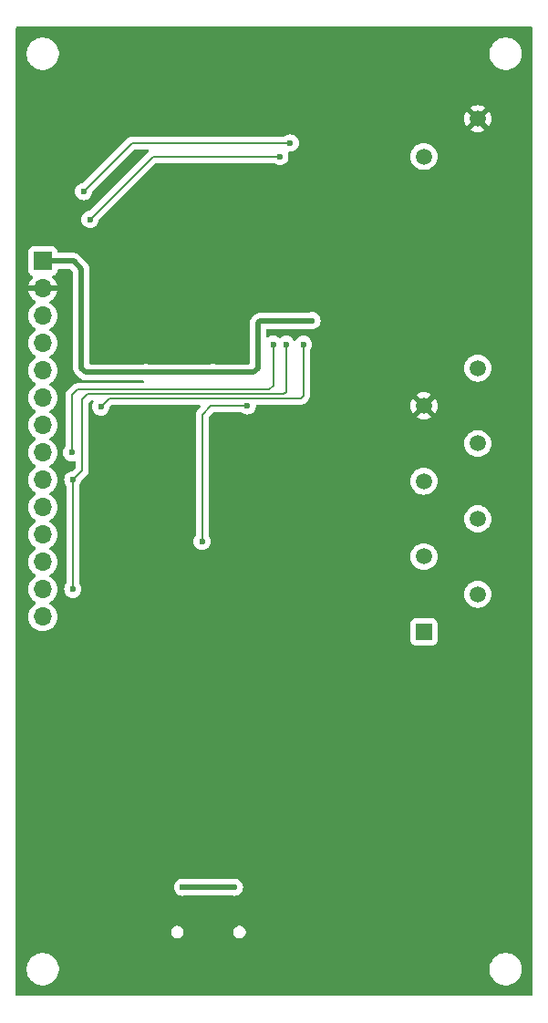
<source format=gbl>
%TF.GenerationSoftware,KiCad,Pcbnew,8.0.3*%
%TF.CreationDate,2024-07-07T00:38:38+02:00*%
%TF.ProjectId,tank_PCB,74616e6b-5f50-4434-922e-6b696361645f,rev?*%
%TF.SameCoordinates,Original*%
%TF.FileFunction,Copper,L2,Bot*%
%TF.FilePolarity,Positive*%
%FSLAX46Y46*%
G04 Gerber Fmt 4.6, Leading zero omitted, Abs format (unit mm)*
G04 Created by KiCad (PCBNEW 8.0.3) date 2024-07-07 00:38:38*
%MOMM*%
%LPD*%
G01*
G04 APERTURE LIST*
%TA.AperFunction,ComponentPad*%
%ADD10C,1.500000*%
%TD*%
%TA.AperFunction,ComponentPad*%
%ADD11R,1.500000X1.500000*%
%TD*%
%TA.AperFunction,ComponentPad*%
%ADD12R,1.700000X1.700000*%
%TD*%
%TA.AperFunction,ComponentPad*%
%ADD13O,1.700000X1.700000*%
%TD*%
%TA.AperFunction,ViaPad*%
%ADD14C,0.600000*%
%TD*%
%TA.AperFunction,Conductor*%
%ADD15C,0.200000*%
%TD*%
%TA.AperFunction,Conductor*%
%ADD16C,0.500000*%
%TD*%
G04 APERTURE END LIST*
D10*
%TO.P,J2,1,1*%
%TO.N,GND*%
X103400000Y-99050000D03*
%TO.P,J2,2,2*%
%TO.N,Net-(D2-A)*%
X98400000Y-102550000D03*
%TD*%
D11*
%TO.P,J3,1,1*%
%TO.N,Net-(J3-Pad1)*%
X98400000Y-146700000D03*
D10*
%TO.P,J3,2,2*%
%TO.N,+24V*%
X103400000Y-143200000D03*
%TO.P,J3,3,3*%
%TO.N,Net-(J3-Pad3)*%
X98400000Y-139700000D03*
%TO.P,J3,4,4*%
%TO.N,+24V*%
X103400000Y-136200000D03*
%TO.P,J3,5,5*%
%TO.N,Net-(J3-Pad5)*%
X98400000Y-132700000D03*
%TO.P,J3,6,6*%
%TO.N,+24V*%
X103400000Y-129200000D03*
%TO.P,J3,7,7*%
%TO.N,GND*%
X98400000Y-125700000D03*
%TO.P,J3,8,8*%
%TO.N,+24V*%
X103400000Y-122200000D03*
%TD*%
D12*
%TO.P,J1,1,Pin_1*%
%TO.N,+3.3V*%
X63000000Y-112260000D03*
D13*
%TO.P,J1,2,Pin_2*%
%TO.N,GND*%
X63000000Y-114800000D03*
%TO.P,J1,3,Pin_3*%
%TO.N,TFT_CS*%
X63000000Y-117340000D03*
%TO.P,J1,4,Pin_4*%
%TO.N,TFT_RST*%
X63000000Y-119880000D03*
%TO.P,J1,5,Pin_5*%
%TO.N,TFT_DC*%
X63000000Y-122420000D03*
%TO.P,J1,6,Pin_6*%
%TO.N,MOSI*%
X63000000Y-124960000D03*
%TO.P,J1,7,Pin_7*%
%TO.N,SCK*%
X63000000Y-127500000D03*
%TO.P,J1,8,Pin_8*%
%TO.N,BCK_LIGHT*%
X63000000Y-130040000D03*
%TO.P,J1,9,Pin_9*%
%TO.N,MISO*%
X63000000Y-132580000D03*
%TO.P,J1,10,Pin_10*%
%TO.N,SCK*%
X63000000Y-135120000D03*
%TO.P,J1,11,Pin_11*%
%TO.N,TOUCH_CS*%
X63000000Y-137660000D03*
%TO.P,J1,12,Pin_12*%
%TO.N,MOSI*%
X63000000Y-140200000D03*
%TO.P,J1,13,Pin_13*%
%TO.N,MISO*%
X63000000Y-142740000D03*
%TO.P,J1,14,Pin_14*%
%TO.N,TOUCH_IRQ*%
X63000000Y-145280000D03*
%TD*%
D14*
%TO.N,GND*%
X97000000Y-108000000D03*
X74800000Y-171600000D03*
X69000000Y-129000000D03*
X85000000Y-133000000D03*
X82000000Y-171600000D03*
X69000000Y-112000000D03*
X90000000Y-166000000D03*
X81000000Y-121000000D03*
X67000000Y-166000000D03*
X79000000Y-108000000D03*
X66000000Y-96000000D03*
X84000000Y-145000000D03*
X77200000Y-166000000D03*
X79000000Y-133000000D03*
%TO.N,SCL*%
X77800000Y-138300000D03*
X82000000Y-125700000D03*
%TO.N,+3.3V*%
X78800000Y-122600000D03*
X88000000Y-117800000D03*
X72600000Y-122600000D03*
%TO.N,SCK*%
X67400000Y-108400000D03*
X85025000Y-102550000D03*
%TO.N,BCK_LIGHT*%
X65700000Y-130050000D03*
X84400000Y-120000000D03*
%TO.N,MOSI*%
X86000000Y-101300000D03*
X66800000Y-105800000D03*
%TO.N,MISO*%
X65800000Y-142740000D03*
X65800000Y-132580000D03*
X85600000Y-120000000D03*
%TO.N,TOUCH_IRQ*%
X87200000Y-120000000D03*
X68400000Y-125800000D03*
%TO.N,VBUS*%
X76000000Y-170400000D03*
X80800000Y-170400000D03*
%TD*%
D15*
%TO.N,SCL*%
X78600000Y-125700000D02*
X77800000Y-126500000D01*
X82000000Y-125700000D02*
X78600000Y-125700000D01*
X77800000Y-126500000D02*
X77800000Y-138300000D01*
D16*
%TO.N,+3.3V*%
X66600000Y-122200000D02*
X67000000Y-122600000D01*
X83200000Y-117800000D02*
X88000000Y-117800000D01*
X78800000Y-122600000D02*
X82600000Y-122600000D01*
X66600000Y-113000000D02*
X66600000Y-122200000D01*
X63000000Y-112260000D02*
X65860000Y-112260000D01*
X83000000Y-122200000D02*
X83000000Y-118000000D01*
X65860000Y-112260000D02*
X66600000Y-113000000D01*
X82600000Y-122600000D02*
X83000000Y-122200000D01*
X83000000Y-118000000D02*
X83200000Y-117800000D01*
X67000000Y-122600000D02*
X72600000Y-122600000D01*
X72600000Y-122600000D02*
X78800000Y-122600000D01*
D15*
%TO.N,SCK*%
X73250000Y-102550000D02*
X67400000Y-108400000D01*
X85025000Y-102550000D02*
X73250000Y-102550000D01*
%TO.N,BCK_LIGHT*%
X84400000Y-120050000D02*
X84325000Y-120125000D01*
X84000000Y-124200000D02*
X66200000Y-124200000D01*
X84400000Y-120000000D02*
X84400000Y-123800000D01*
X66200000Y-124200000D02*
X65700000Y-124700000D01*
X84400000Y-123800000D02*
X84000000Y-124200000D01*
X84400000Y-120000000D02*
X84400000Y-120050000D01*
X65700000Y-124700000D02*
X65700000Y-130050000D01*
%TO.N,MOSI*%
X71300000Y-101300000D02*
X66800000Y-105800000D01*
X86000000Y-101300000D02*
X71300000Y-101300000D01*
%TO.N,MISO*%
X66675000Y-131705000D02*
X65800000Y-132580000D01*
X66675000Y-125125000D02*
X66675000Y-131705000D01*
X85600000Y-120000000D02*
X85600000Y-124400000D01*
X65800000Y-142740000D02*
X65800000Y-132580000D01*
X85400000Y-124600000D02*
X67200000Y-124600000D01*
X67200000Y-124600000D02*
X66675000Y-125125000D01*
X85600000Y-124400000D02*
X85400000Y-124600000D01*
%TO.N,TOUCH_IRQ*%
X69200000Y-125000000D02*
X68400000Y-125800000D01*
X87000000Y-125000000D02*
X69200000Y-125000000D01*
X87200000Y-124800000D02*
X87000000Y-125000000D01*
X87200000Y-120000000D02*
X87200000Y-124800000D01*
D16*
%TO.N,VBUS*%
X76000000Y-170400000D02*
X80800000Y-170400000D01*
%TD*%
%TA.AperFunction,Conductor*%
%TO.N,GND*%
G36*
X108442539Y-90520185D02*
G01*
X108488294Y-90572989D01*
X108499500Y-90624500D01*
X108499500Y-180375500D01*
X108479815Y-180442539D01*
X108427011Y-180488294D01*
X108375500Y-180499500D01*
X60624500Y-180499500D01*
X60557461Y-180479815D01*
X60511706Y-180427011D01*
X60500500Y-180375500D01*
X60500500Y-177881902D01*
X61499500Y-177881902D01*
X61499500Y-178118097D01*
X61536446Y-178351368D01*
X61609433Y-178575996D01*
X61716657Y-178786433D01*
X61855483Y-178977510D01*
X62022490Y-179144517D01*
X62213567Y-179283343D01*
X62312991Y-179334002D01*
X62424003Y-179390566D01*
X62424005Y-179390566D01*
X62424008Y-179390568D01*
X62544412Y-179429689D01*
X62648631Y-179463553D01*
X62881903Y-179500500D01*
X62881908Y-179500500D01*
X63118097Y-179500500D01*
X63351368Y-179463553D01*
X63575992Y-179390568D01*
X63786433Y-179283343D01*
X63977510Y-179144517D01*
X64144517Y-178977510D01*
X64283343Y-178786433D01*
X64390568Y-178575992D01*
X64463553Y-178351368D01*
X64500500Y-178118097D01*
X64500500Y-177881902D01*
X104499500Y-177881902D01*
X104499500Y-178118097D01*
X104536446Y-178351368D01*
X104609433Y-178575996D01*
X104716657Y-178786433D01*
X104855483Y-178977510D01*
X105022490Y-179144517D01*
X105213567Y-179283343D01*
X105312991Y-179334002D01*
X105424003Y-179390566D01*
X105424005Y-179390566D01*
X105424008Y-179390568D01*
X105544412Y-179429689D01*
X105648631Y-179463553D01*
X105881903Y-179500500D01*
X105881908Y-179500500D01*
X106118097Y-179500500D01*
X106351368Y-179463553D01*
X106575992Y-179390568D01*
X106786433Y-179283343D01*
X106977510Y-179144517D01*
X107144517Y-178977510D01*
X107283343Y-178786433D01*
X107390568Y-178575992D01*
X107463553Y-178351368D01*
X107500500Y-178118097D01*
X107500500Y-177881902D01*
X107463553Y-177648631D01*
X107390566Y-177424003D01*
X107283342Y-177213566D01*
X107144517Y-177022490D01*
X106977510Y-176855483D01*
X106786433Y-176716657D01*
X106575996Y-176609433D01*
X106351368Y-176536446D01*
X106118097Y-176499500D01*
X106118092Y-176499500D01*
X105881908Y-176499500D01*
X105881903Y-176499500D01*
X105648631Y-176536446D01*
X105424003Y-176609433D01*
X105213566Y-176716657D01*
X105104550Y-176795862D01*
X105022490Y-176855483D01*
X105022488Y-176855485D01*
X105022487Y-176855485D01*
X104855485Y-177022487D01*
X104855485Y-177022488D01*
X104855483Y-177022490D01*
X104795862Y-177104550D01*
X104716657Y-177213566D01*
X104609433Y-177424003D01*
X104536446Y-177648631D01*
X104499500Y-177881902D01*
X64500500Y-177881902D01*
X64463553Y-177648631D01*
X64390566Y-177424003D01*
X64283342Y-177213566D01*
X64144517Y-177022490D01*
X63977510Y-176855483D01*
X63786433Y-176716657D01*
X63575996Y-176609433D01*
X63351368Y-176536446D01*
X63118097Y-176499500D01*
X63118092Y-176499500D01*
X62881908Y-176499500D01*
X62881903Y-176499500D01*
X62648631Y-176536446D01*
X62424003Y-176609433D01*
X62213566Y-176716657D01*
X62104550Y-176795862D01*
X62022490Y-176855483D01*
X62022488Y-176855485D01*
X62022487Y-176855485D01*
X61855485Y-177022487D01*
X61855485Y-177022488D01*
X61855483Y-177022490D01*
X61795862Y-177104550D01*
X61716657Y-177213566D01*
X61609433Y-177424003D01*
X61536446Y-177648631D01*
X61499500Y-177881902D01*
X60500500Y-177881902D01*
X60500500Y-174494234D01*
X74934500Y-174494234D01*
X74934500Y-174645765D01*
X74973719Y-174792136D01*
X75011602Y-174857750D01*
X75049485Y-174923365D01*
X75156635Y-175030515D01*
X75287865Y-175106281D01*
X75434234Y-175145500D01*
X75434236Y-175145500D01*
X75585764Y-175145500D01*
X75585766Y-175145500D01*
X75732135Y-175106281D01*
X75863365Y-175030515D01*
X75970515Y-174923365D01*
X76046281Y-174792135D01*
X76085500Y-174645766D01*
X76085500Y-174494234D01*
X80714500Y-174494234D01*
X80714500Y-174645765D01*
X80753719Y-174792136D01*
X80791602Y-174857750D01*
X80829485Y-174923365D01*
X80936635Y-175030515D01*
X81067865Y-175106281D01*
X81214234Y-175145500D01*
X81214236Y-175145500D01*
X81365764Y-175145500D01*
X81365766Y-175145500D01*
X81512135Y-175106281D01*
X81643365Y-175030515D01*
X81750515Y-174923365D01*
X81826281Y-174792135D01*
X81865500Y-174645766D01*
X81865500Y-174494234D01*
X81826281Y-174347865D01*
X81750515Y-174216635D01*
X81643365Y-174109485D01*
X81577750Y-174071602D01*
X81512136Y-174033719D01*
X81438950Y-174014109D01*
X81365766Y-173994500D01*
X81214234Y-173994500D01*
X81067863Y-174033719D01*
X80936635Y-174109485D01*
X80936632Y-174109487D01*
X80829487Y-174216632D01*
X80829485Y-174216635D01*
X80753719Y-174347863D01*
X80714500Y-174494234D01*
X76085500Y-174494234D01*
X76046281Y-174347865D01*
X75970515Y-174216635D01*
X75863365Y-174109485D01*
X75797750Y-174071602D01*
X75732136Y-174033719D01*
X75658950Y-174014109D01*
X75585766Y-173994500D01*
X75434234Y-173994500D01*
X75287863Y-174033719D01*
X75156635Y-174109485D01*
X75156632Y-174109487D01*
X75049487Y-174216632D01*
X75049485Y-174216635D01*
X74973719Y-174347863D01*
X74934500Y-174494234D01*
X60500500Y-174494234D01*
X60500500Y-170399996D01*
X75194435Y-170399996D01*
X75194435Y-170400003D01*
X75214630Y-170579249D01*
X75214631Y-170579254D01*
X75274211Y-170749523D01*
X75370184Y-170902262D01*
X75497738Y-171029816D01*
X75650478Y-171125789D01*
X75721098Y-171150500D01*
X75820745Y-171185368D01*
X75820750Y-171185369D01*
X75999996Y-171205565D01*
X76000000Y-171205565D01*
X76000004Y-171205565D01*
X76179249Y-171185369D01*
X76179252Y-171185368D01*
X76179255Y-171185368D01*
X76259017Y-171157457D01*
X76299972Y-171150500D01*
X80500028Y-171150500D01*
X80540983Y-171157458D01*
X80620745Y-171185368D01*
X80620750Y-171185369D01*
X80799996Y-171205565D01*
X80800000Y-171205565D01*
X80800004Y-171205565D01*
X80979249Y-171185369D01*
X80979252Y-171185368D01*
X80979255Y-171185368D01*
X81149522Y-171125789D01*
X81302262Y-171029816D01*
X81429816Y-170902262D01*
X81525789Y-170749522D01*
X81585368Y-170579255D01*
X81605565Y-170400000D01*
X81585368Y-170220745D01*
X81525789Y-170050478D01*
X81429816Y-169897738D01*
X81302262Y-169770184D01*
X81149523Y-169674211D01*
X80979254Y-169614631D01*
X80979249Y-169614630D01*
X80800004Y-169594435D01*
X80799996Y-169594435D01*
X80620750Y-169614630D01*
X80620745Y-169614631D01*
X80540983Y-169642542D01*
X80500028Y-169649500D01*
X76299972Y-169649500D01*
X76259017Y-169642542D01*
X76179254Y-169614631D01*
X76179249Y-169614630D01*
X76000004Y-169594435D01*
X75999996Y-169594435D01*
X75820750Y-169614630D01*
X75820745Y-169614631D01*
X75650476Y-169674211D01*
X75497737Y-169770184D01*
X75370184Y-169897737D01*
X75274211Y-170050476D01*
X75214631Y-170220745D01*
X75214630Y-170220750D01*
X75194435Y-170399996D01*
X60500500Y-170399996D01*
X60500500Y-117339999D01*
X61644341Y-117339999D01*
X61644341Y-117340000D01*
X61664936Y-117575403D01*
X61664938Y-117575413D01*
X61726094Y-117803655D01*
X61726096Y-117803659D01*
X61726097Y-117803663D01*
X61783181Y-117926079D01*
X61825965Y-118017830D01*
X61825967Y-118017834D01*
X61961501Y-118211395D01*
X61961506Y-118211402D01*
X62128597Y-118378493D01*
X62128603Y-118378498D01*
X62314158Y-118508425D01*
X62357783Y-118563002D01*
X62364977Y-118632500D01*
X62333454Y-118694855D01*
X62314158Y-118711575D01*
X62128597Y-118841505D01*
X61961505Y-119008597D01*
X61825965Y-119202169D01*
X61825964Y-119202171D01*
X61726098Y-119416335D01*
X61726094Y-119416344D01*
X61664938Y-119644586D01*
X61664936Y-119644596D01*
X61644341Y-119879999D01*
X61644341Y-119880000D01*
X61664936Y-120115403D01*
X61664938Y-120115413D01*
X61726094Y-120343655D01*
X61726096Y-120343659D01*
X61726097Y-120343663D01*
X61825965Y-120557830D01*
X61825967Y-120557834D01*
X61961501Y-120751395D01*
X61961506Y-120751402D01*
X62128597Y-120918493D01*
X62128603Y-120918498D01*
X62314158Y-121048425D01*
X62357783Y-121103002D01*
X62364977Y-121172500D01*
X62333454Y-121234855D01*
X62314158Y-121251575D01*
X62128597Y-121381505D01*
X61961505Y-121548597D01*
X61825965Y-121742169D01*
X61825964Y-121742171D01*
X61726098Y-121956335D01*
X61726094Y-121956344D01*
X61664938Y-122184586D01*
X61664936Y-122184596D01*
X61644341Y-122419999D01*
X61644341Y-122420000D01*
X61664936Y-122655403D01*
X61664938Y-122655413D01*
X61726094Y-122883655D01*
X61726096Y-122883659D01*
X61726097Y-122883663D01*
X61783553Y-123006877D01*
X61825965Y-123097830D01*
X61825967Y-123097834D01*
X61961501Y-123291395D01*
X61961506Y-123291402D01*
X62128597Y-123458493D01*
X62128603Y-123458498D01*
X62314158Y-123588425D01*
X62357783Y-123643002D01*
X62364977Y-123712500D01*
X62333454Y-123774855D01*
X62314158Y-123791575D01*
X62128597Y-123921505D01*
X61961505Y-124088597D01*
X61825965Y-124282169D01*
X61825964Y-124282171D01*
X61726098Y-124496335D01*
X61726094Y-124496344D01*
X61664938Y-124724586D01*
X61664936Y-124724596D01*
X61644341Y-124959999D01*
X61644341Y-124960000D01*
X61664936Y-125195403D01*
X61664938Y-125195413D01*
X61726094Y-125423655D01*
X61726096Y-125423659D01*
X61726097Y-125423663D01*
X61789475Y-125559577D01*
X61825965Y-125637830D01*
X61825967Y-125637834D01*
X61961501Y-125831395D01*
X61961506Y-125831402D01*
X62128597Y-125998493D01*
X62128603Y-125998498D01*
X62314158Y-126128425D01*
X62357783Y-126183002D01*
X62364977Y-126252500D01*
X62333454Y-126314855D01*
X62314158Y-126331575D01*
X62128597Y-126461505D01*
X61961505Y-126628597D01*
X61825965Y-126822169D01*
X61825964Y-126822171D01*
X61726098Y-127036335D01*
X61726094Y-127036344D01*
X61664938Y-127264586D01*
X61664936Y-127264596D01*
X61644341Y-127499999D01*
X61644341Y-127500000D01*
X61664936Y-127735403D01*
X61664938Y-127735413D01*
X61726094Y-127963655D01*
X61726096Y-127963659D01*
X61726097Y-127963663D01*
X61752566Y-128020425D01*
X61825965Y-128177830D01*
X61825967Y-128177834D01*
X61961501Y-128371395D01*
X61961506Y-128371402D01*
X62128597Y-128538493D01*
X62128603Y-128538498D01*
X62314158Y-128668425D01*
X62357783Y-128723002D01*
X62364977Y-128792500D01*
X62333454Y-128854855D01*
X62314158Y-128871575D01*
X62128597Y-129001505D01*
X61961505Y-129168597D01*
X61825965Y-129362169D01*
X61825964Y-129362171D01*
X61726098Y-129576335D01*
X61726094Y-129576344D01*
X61664938Y-129804586D01*
X61664936Y-129804596D01*
X61644341Y-130039999D01*
X61644341Y-130040000D01*
X61664936Y-130275403D01*
X61664938Y-130275413D01*
X61726094Y-130503655D01*
X61726096Y-130503659D01*
X61726097Y-130503663D01*
X61808238Y-130679815D01*
X61825965Y-130717830D01*
X61825967Y-130717834D01*
X61961501Y-130911395D01*
X61961506Y-130911402D01*
X62128597Y-131078493D01*
X62128603Y-131078498D01*
X62314158Y-131208425D01*
X62357783Y-131263002D01*
X62364977Y-131332500D01*
X62333454Y-131394855D01*
X62314158Y-131411575D01*
X62128597Y-131541505D01*
X61961505Y-131708597D01*
X61825965Y-131902169D01*
X61825964Y-131902171D01*
X61726098Y-132116335D01*
X61726094Y-132116344D01*
X61664938Y-132344586D01*
X61664936Y-132344596D01*
X61644341Y-132579999D01*
X61644341Y-132580000D01*
X61664936Y-132815403D01*
X61664938Y-132815413D01*
X61726094Y-133043655D01*
X61726096Y-133043659D01*
X61726097Y-133043663D01*
X61766045Y-133129331D01*
X61825965Y-133257830D01*
X61825967Y-133257834D01*
X61961501Y-133451395D01*
X61961506Y-133451402D01*
X62128597Y-133618493D01*
X62128603Y-133618498D01*
X62314158Y-133748425D01*
X62357783Y-133803002D01*
X62364977Y-133872500D01*
X62333454Y-133934855D01*
X62314158Y-133951575D01*
X62128597Y-134081505D01*
X61961505Y-134248597D01*
X61825965Y-134442169D01*
X61825964Y-134442171D01*
X61726098Y-134656335D01*
X61726094Y-134656344D01*
X61664938Y-134884586D01*
X61664936Y-134884596D01*
X61644341Y-135119999D01*
X61644341Y-135120000D01*
X61664936Y-135355403D01*
X61664938Y-135355413D01*
X61726094Y-135583655D01*
X61726096Y-135583659D01*
X61726097Y-135583663D01*
X61813299Y-135770668D01*
X61825965Y-135797830D01*
X61825967Y-135797834D01*
X61934281Y-135952521D01*
X61954938Y-135982023D01*
X61961501Y-135991395D01*
X61961506Y-135991402D01*
X62128597Y-136158493D01*
X62128603Y-136158498D01*
X62314158Y-136288425D01*
X62357783Y-136343002D01*
X62364977Y-136412500D01*
X62333454Y-136474855D01*
X62314158Y-136491575D01*
X62128597Y-136621505D01*
X61961505Y-136788597D01*
X61825965Y-136982169D01*
X61825964Y-136982171D01*
X61726098Y-137196335D01*
X61726094Y-137196344D01*
X61664938Y-137424586D01*
X61664936Y-137424596D01*
X61644341Y-137659999D01*
X61644341Y-137660000D01*
X61664936Y-137895403D01*
X61664938Y-137895413D01*
X61726094Y-138123655D01*
X61726096Y-138123659D01*
X61726097Y-138123663D01*
X61808323Y-138299996D01*
X61825965Y-138337830D01*
X61825967Y-138337834D01*
X61900812Y-138444723D01*
X61953817Y-138520422D01*
X61961501Y-138531395D01*
X61961506Y-138531402D01*
X62128597Y-138698493D01*
X62128603Y-138698498D01*
X62314158Y-138828425D01*
X62357783Y-138883002D01*
X62364977Y-138952500D01*
X62333454Y-139014855D01*
X62314158Y-139031575D01*
X62128597Y-139161505D01*
X61961505Y-139328597D01*
X61825965Y-139522169D01*
X61825964Y-139522171D01*
X61726098Y-139736335D01*
X61726094Y-139736344D01*
X61664938Y-139964586D01*
X61664936Y-139964596D01*
X61644341Y-140199999D01*
X61644341Y-140200000D01*
X61664936Y-140435403D01*
X61664938Y-140435413D01*
X61726094Y-140663655D01*
X61726096Y-140663659D01*
X61726097Y-140663663D01*
X61783658Y-140787102D01*
X61825965Y-140877830D01*
X61825967Y-140877834D01*
X61961501Y-141071395D01*
X61961506Y-141071402D01*
X62128597Y-141238493D01*
X62128603Y-141238498D01*
X62314158Y-141368425D01*
X62357783Y-141423002D01*
X62364977Y-141492500D01*
X62333454Y-141554855D01*
X62314158Y-141571575D01*
X62128597Y-141701505D01*
X61961505Y-141868597D01*
X61825965Y-142062169D01*
X61825964Y-142062171D01*
X61726098Y-142276335D01*
X61726094Y-142276344D01*
X61664938Y-142504586D01*
X61664936Y-142504596D01*
X61644341Y-142739999D01*
X61644341Y-142740000D01*
X61664936Y-142975403D01*
X61664938Y-142975413D01*
X61726094Y-143203655D01*
X61726096Y-143203659D01*
X61726097Y-143203663D01*
X61744096Y-143242262D01*
X61825965Y-143417830D01*
X61825967Y-143417834D01*
X61961501Y-143611395D01*
X61961506Y-143611402D01*
X62128597Y-143778493D01*
X62128603Y-143778498D01*
X62314158Y-143908425D01*
X62357783Y-143963002D01*
X62364977Y-144032500D01*
X62333454Y-144094855D01*
X62314158Y-144111575D01*
X62128597Y-144241505D01*
X61961505Y-144408597D01*
X61825965Y-144602169D01*
X61825964Y-144602171D01*
X61726098Y-144816335D01*
X61726094Y-144816344D01*
X61664938Y-145044586D01*
X61664936Y-145044596D01*
X61644341Y-145279999D01*
X61644341Y-145280000D01*
X61664936Y-145515403D01*
X61664938Y-145515413D01*
X61726094Y-145743655D01*
X61726096Y-145743659D01*
X61726097Y-145743663D01*
X61772193Y-145842516D01*
X61825965Y-145957830D01*
X61825967Y-145957834D01*
X61934281Y-146112521D01*
X61961505Y-146151401D01*
X62128599Y-146318495D01*
X62225384Y-146386265D01*
X62322165Y-146454032D01*
X62322167Y-146454033D01*
X62322170Y-146454035D01*
X62536337Y-146553903D01*
X62764592Y-146615063D01*
X62952918Y-146631539D01*
X62999999Y-146635659D01*
X63000000Y-146635659D01*
X63000001Y-146635659D01*
X63039234Y-146632226D01*
X63235408Y-146615063D01*
X63463663Y-146553903D01*
X63677830Y-146454035D01*
X63871401Y-146318495D01*
X64038495Y-146151401D01*
X64174035Y-145957830D01*
X64200006Y-145902135D01*
X97149500Y-145902135D01*
X97149500Y-147497870D01*
X97149501Y-147497876D01*
X97155908Y-147557483D01*
X97206202Y-147692328D01*
X97206206Y-147692335D01*
X97292452Y-147807544D01*
X97292455Y-147807547D01*
X97407664Y-147893793D01*
X97407671Y-147893797D01*
X97542517Y-147944091D01*
X97542516Y-147944091D01*
X97549444Y-147944835D01*
X97602127Y-147950500D01*
X99197872Y-147950499D01*
X99257483Y-147944091D01*
X99392331Y-147893796D01*
X99507546Y-147807546D01*
X99593796Y-147692331D01*
X99644091Y-147557483D01*
X99650500Y-147497873D01*
X99650499Y-145902128D01*
X99644091Y-145842517D01*
X99607221Y-145743664D01*
X99593797Y-145707671D01*
X99593793Y-145707664D01*
X99507547Y-145592455D01*
X99507544Y-145592452D01*
X99392335Y-145506206D01*
X99392328Y-145506202D01*
X99257482Y-145455908D01*
X99257483Y-145455908D01*
X99197883Y-145449501D01*
X99197881Y-145449500D01*
X99197873Y-145449500D01*
X99197864Y-145449500D01*
X97602129Y-145449500D01*
X97602123Y-145449501D01*
X97542516Y-145455908D01*
X97407671Y-145506202D01*
X97407664Y-145506206D01*
X97292455Y-145592452D01*
X97292452Y-145592455D01*
X97206206Y-145707664D01*
X97206202Y-145707671D01*
X97155908Y-145842517D01*
X97149501Y-145902116D01*
X97149501Y-145902123D01*
X97149500Y-145902135D01*
X64200006Y-145902135D01*
X64273903Y-145743663D01*
X64335063Y-145515408D01*
X64355659Y-145280000D01*
X64335063Y-145044592D01*
X64273903Y-144816337D01*
X64174035Y-144602171D01*
X64071180Y-144455277D01*
X64038494Y-144408597D01*
X63871402Y-144241506D01*
X63871396Y-144241501D01*
X63685842Y-144111575D01*
X63642217Y-144056998D01*
X63635023Y-143987500D01*
X63666546Y-143925145D01*
X63685842Y-143908425D01*
X63801216Y-143827639D01*
X63871401Y-143778495D01*
X64038495Y-143611401D01*
X64174035Y-143417830D01*
X64273903Y-143203663D01*
X64335063Y-142975408D01*
X64355659Y-142740000D01*
X64335063Y-142504592D01*
X64273903Y-142276337D01*
X64174035Y-142062171D01*
X64144805Y-142020425D01*
X64038494Y-141868597D01*
X63871402Y-141701506D01*
X63871396Y-141701501D01*
X63685842Y-141571575D01*
X63642217Y-141516998D01*
X63635023Y-141447500D01*
X63666546Y-141385145D01*
X63685842Y-141368425D01*
X63708026Y-141352891D01*
X63871401Y-141238495D01*
X64038495Y-141071401D01*
X64174035Y-140877830D01*
X64273903Y-140663663D01*
X64335063Y-140435408D01*
X64355659Y-140200000D01*
X64335063Y-139964592D01*
X64273903Y-139736337D01*
X64174035Y-139522171D01*
X64145924Y-139482023D01*
X64038494Y-139328597D01*
X63871402Y-139161506D01*
X63871396Y-139161501D01*
X63685842Y-139031575D01*
X63642217Y-138976998D01*
X63635023Y-138907500D01*
X63666546Y-138845145D01*
X63685842Y-138828425D01*
X63708026Y-138812891D01*
X63871401Y-138698495D01*
X64038495Y-138531401D01*
X64174035Y-138337830D01*
X64273903Y-138123663D01*
X64335063Y-137895408D01*
X64355659Y-137660000D01*
X64335063Y-137424592D01*
X64273903Y-137196337D01*
X64174035Y-136982171D01*
X64065831Y-136827638D01*
X64038494Y-136788597D01*
X63871402Y-136621506D01*
X63871396Y-136621501D01*
X63685842Y-136491575D01*
X63642217Y-136436998D01*
X63635023Y-136367500D01*
X63666546Y-136305145D01*
X63685842Y-136288425D01*
X63708026Y-136272891D01*
X63871401Y-136158495D01*
X64038495Y-135991401D01*
X64174035Y-135797830D01*
X64273903Y-135583663D01*
X64335063Y-135355408D01*
X64355659Y-135120000D01*
X64335063Y-134884592D01*
X64273903Y-134656337D01*
X64174035Y-134442171D01*
X64038495Y-134248599D01*
X64038494Y-134248597D01*
X63871402Y-134081506D01*
X63871396Y-134081501D01*
X63685842Y-133951575D01*
X63642217Y-133896998D01*
X63635023Y-133827500D01*
X63666546Y-133765145D01*
X63685842Y-133748425D01*
X63708026Y-133732891D01*
X63871401Y-133618495D01*
X64038495Y-133451401D01*
X64174035Y-133257830D01*
X64273903Y-133043663D01*
X64335063Y-132815408D01*
X64355659Y-132580000D01*
X64335063Y-132344592D01*
X64273903Y-132116337D01*
X64174035Y-131902171D01*
X64167701Y-131893124D01*
X64038494Y-131708597D01*
X63871402Y-131541506D01*
X63871396Y-131541501D01*
X63685842Y-131411575D01*
X63642217Y-131356998D01*
X63635023Y-131287500D01*
X63666546Y-131225145D01*
X63685842Y-131208425D01*
X63708026Y-131192891D01*
X63871401Y-131078495D01*
X64038495Y-130911401D01*
X64174035Y-130717830D01*
X64273903Y-130503663D01*
X64335063Y-130275408D01*
X64355659Y-130040000D01*
X64335063Y-129804592D01*
X64273903Y-129576337D01*
X64174035Y-129362171D01*
X64060483Y-129200000D01*
X64038494Y-129168597D01*
X63871402Y-129001506D01*
X63871396Y-129001501D01*
X63685842Y-128871575D01*
X63642217Y-128816998D01*
X63635023Y-128747500D01*
X63666546Y-128685145D01*
X63685842Y-128668425D01*
X63708026Y-128652891D01*
X63871401Y-128538495D01*
X64038495Y-128371401D01*
X64174035Y-128177830D01*
X64273903Y-127963663D01*
X64335063Y-127735408D01*
X64355659Y-127500000D01*
X64335063Y-127264592D01*
X64273903Y-127036337D01*
X64174035Y-126822171D01*
X64149177Y-126786669D01*
X64038494Y-126628597D01*
X63871402Y-126461506D01*
X63871396Y-126461501D01*
X63685842Y-126331575D01*
X63642217Y-126276998D01*
X63635023Y-126207500D01*
X63666546Y-126145145D01*
X63685842Y-126128425D01*
X63792770Y-126053553D01*
X63871401Y-125998495D01*
X64038495Y-125831401D01*
X64174035Y-125637830D01*
X64273903Y-125423663D01*
X64335063Y-125195408D01*
X64355659Y-124960000D01*
X64335063Y-124724592D01*
X64273903Y-124496337D01*
X64174035Y-124282171D01*
X64135089Y-124226549D01*
X64038494Y-124088597D01*
X63871402Y-123921506D01*
X63871396Y-123921501D01*
X63685842Y-123791575D01*
X63642217Y-123736998D01*
X63635023Y-123667500D01*
X63666546Y-123605145D01*
X63685842Y-123588425D01*
X63847115Y-123475500D01*
X63871401Y-123458495D01*
X64038495Y-123291401D01*
X64174035Y-123097830D01*
X64273903Y-122883663D01*
X64335063Y-122655408D01*
X64355659Y-122420000D01*
X64335063Y-122184592D01*
X64280786Y-121982024D01*
X64273905Y-121956344D01*
X64273904Y-121956343D01*
X64273903Y-121956337D01*
X64174035Y-121742171D01*
X64055134Y-121572361D01*
X64038494Y-121548597D01*
X63871402Y-121381506D01*
X63871396Y-121381501D01*
X63685842Y-121251575D01*
X63642217Y-121196998D01*
X63635023Y-121127500D01*
X63666546Y-121065145D01*
X63685842Y-121048425D01*
X63725834Y-121020422D01*
X63871401Y-120918495D01*
X64038495Y-120751401D01*
X64174035Y-120557830D01*
X64273903Y-120343663D01*
X64335063Y-120115408D01*
X64355659Y-119880000D01*
X64335063Y-119644592D01*
X64273903Y-119416337D01*
X64174035Y-119202171D01*
X64168619Y-119194435D01*
X64038494Y-119008597D01*
X63871402Y-118841506D01*
X63871396Y-118841501D01*
X63685842Y-118711575D01*
X63642217Y-118656998D01*
X63635023Y-118587500D01*
X63666546Y-118525145D01*
X63685842Y-118508425D01*
X63798107Y-118429816D01*
X63871401Y-118378495D01*
X64038495Y-118211401D01*
X64174035Y-118017830D01*
X64273903Y-117803663D01*
X64335063Y-117575408D01*
X64355659Y-117340000D01*
X64335063Y-117104592D01*
X64273903Y-116876337D01*
X64174035Y-116662171D01*
X64038495Y-116468599D01*
X64038494Y-116468597D01*
X63871402Y-116301506D01*
X63871401Y-116301505D01*
X63685405Y-116171269D01*
X63641781Y-116116692D01*
X63634588Y-116047193D01*
X63666110Y-115984839D01*
X63685405Y-115968119D01*
X63871082Y-115838105D01*
X64038105Y-115671082D01*
X64173600Y-115477578D01*
X64273429Y-115263492D01*
X64273432Y-115263486D01*
X64330636Y-115050000D01*
X63433012Y-115050000D01*
X63465925Y-114992993D01*
X63500000Y-114865826D01*
X63500000Y-114734174D01*
X63465925Y-114607007D01*
X63433012Y-114550000D01*
X64330636Y-114550000D01*
X64330635Y-114549999D01*
X64273432Y-114336513D01*
X64273429Y-114336507D01*
X64173600Y-114122422D01*
X64173599Y-114122420D01*
X64038113Y-113928926D01*
X64038108Y-113928920D01*
X63916053Y-113806865D01*
X63882568Y-113745542D01*
X63887552Y-113675850D01*
X63929424Y-113619917D01*
X63960400Y-113603002D01*
X64092331Y-113553796D01*
X64207546Y-113467546D01*
X64293796Y-113352331D01*
X64344091Y-113217483D01*
X64350500Y-113157873D01*
X64350500Y-113134500D01*
X64370185Y-113067461D01*
X64422989Y-113021706D01*
X64474500Y-113010500D01*
X65497770Y-113010500D01*
X65564809Y-113030185D01*
X65585451Y-113046819D01*
X65813181Y-113274549D01*
X65846666Y-113335872D01*
X65849500Y-113362230D01*
X65849500Y-122273918D01*
X65849500Y-122273920D01*
X65849499Y-122273920D01*
X65878340Y-122418907D01*
X65878343Y-122418917D01*
X65878792Y-122420000D01*
X65934916Y-122555495D01*
X65954828Y-122585296D01*
X65964652Y-122599999D01*
X66017049Y-122678418D01*
X66017052Y-122678421D01*
X66345510Y-123006877D01*
X66417048Y-123078415D01*
X66417049Y-123078416D01*
X66500226Y-123161593D01*
X66521585Y-123182952D01*
X66644498Y-123265080D01*
X66644511Y-123265087D01*
X66708042Y-123291402D01*
X66781087Y-123321658D01*
X66781091Y-123321658D01*
X66781092Y-123321659D01*
X66926079Y-123350500D01*
X66926082Y-123350500D01*
X72300028Y-123350500D01*
X72340981Y-123357458D01*
X72343839Y-123358458D01*
X72400615Y-123399178D01*
X72426364Y-123464131D01*
X72412909Y-123532693D01*
X72364522Y-123583096D01*
X72302886Y-123599500D01*
X66286670Y-123599500D01*
X66286654Y-123599499D01*
X66279058Y-123599499D01*
X66120943Y-123599499D01*
X66044579Y-123619961D01*
X65968214Y-123640423D01*
X65968209Y-123640426D01*
X65831290Y-123719475D01*
X65831282Y-123719481D01*
X65324217Y-124226546D01*
X65324214Y-124226548D01*
X65324215Y-124226549D01*
X65219478Y-124331286D01*
X65169361Y-124418094D01*
X65169359Y-124418096D01*
X65140425Y-124468209D01*
X65140424Y-124468210D01*
X65132886Y-124496344D01*
X65099499Y-124620943D01*
X65099499Y-124620945D01*
X65099499Y-124789046D01*
X65099500Y-124789059D01*
X65099500Y-129467587D01*
X65079815Y-129534626D01*
X65072450Y-129544896D01*
X65070186Y-129547734D01*
X64974211Y-129700476D01*
X64914631Y-129870745D01*
X64914630Y-129870750D01*
X64894435Y-130049996D01*
X64894435Y-130050003D01*
X64914630Y-130229249D01*
X64914631Y-130229254D01*
X64974211Y-130399523D01*
X65009244Y-130455277D01*
X65070184Y-130552262D01*
X65197738Y-130679816D01*
X65258237Y-130717830D01*
X65325499Y-130760094D01*
X65350478Y-130775789D01*
X65490458Y-130824770D01*
X65520745Y-130835368D01*
X65520750Y-130835369D01*
X65699996Y-130855565D01*
X65700000Y-130855565D01*
X65700004Y-130855565D01*
X65879249Y-130835369D01*
X65879251Y-130835368D01*
X65879255Y-130835368D01*
X65909542Y-130824769D01*
X65979321Y-130821206D01*
X66039949Y-130855933D01*
X66072178Y-130917926D01*
X66074500Y-130941810D01*
X66074500Y-131404902D01*
X66054815Y-131471941D01*
X66038181Y-131492583D01*
X65781465Y-131749298D01*
X65720142Y-131782783D01*
X65707668Y-131784837D01*
X65620750Y-131794630D01*
X65450478Y-131854210D01*
X65297737Y-131950184D01*
X65170184Y-132077737D01*
X65074211Y-132230476D01*
X65014631Y-132400745D01*
X65014630Y-132400750D01*
X64994435Y-132579996D01*
X64994435Y-132580003D01*
X65014630Y-132759249D01*
X65014631Y-132759254D01*
X65074211Y-132929523D01*
X65170185Y-133082263D01*
X65172445Y-133085097D01*
X65173334Y-133087275D01*
X65173889Y-133088158D01*
X65173734Y-133088255D01*
X65198855Y-133149783D01*
X65199500Y-133162412D01*
X65199500Y-142157587D01*
X65179815Y-142224626D01*
X65172450Y-142234896D01*
X65170186Y-142237734D01*
X65074211Y-142390476D01*
X65014631Y-142560745D01*
X65014630Y-142560750D01*
X64994435Y-142739996D01*
X64994435Y-142740003D01*
X65014630Y-142919249D01*
X65014631Y-142919254D01*
X65074211Y-143089523D01*
X65145931Y-143203664D01*
X65170184Y-143242262D01*
X65297738Y-143369816D01*
X65450478Y-143465789D01*
X65620745Y-143525368D01*
X65620750Y-143525369D01*
X65799996Y-143545565D01*
X65800000Y-143545565D01*
X65800004Y-143545565D01*
X65979249Y-143525369D01*
X65979252Y-143525368D01*
X65979255Y-143525368D01*
X66149522Y-143465789D01*
X66302262Y-143369816D01*
X66429816Y-143242262D01*
X66456373Y-143199997D01*
X102144723Y-143199997D01*
X102144723Y-143200002D01*
X102148420Y-143242262D01*
X102163780Y-143417834D01*
X102163793Y-143417975D01*
X102163793Y-143417979D01*
X102220422Y-143629322D01*
X102220424Y-143629326D01*
X102220425Y-143629330D01*
X102266661Y-143728484D01*
X102312897Y-143827638D01*
X102312898Y-143827639D01*
X102438402Y-144006877D01*
X102593123Y-144161598D01*
X102772361Y-144287102D01*
X102970670Y-144379575D01*
X103182023Y-144436207D01*
X103364926Y-144452208D01*
X103399998Y-144455277D01*
X103400000Y-144455277D01*
X103400002Y-144455277D01*
X103428254Y-144452805D01*
X103617977Y-144436207D01*
X103829330Y-144379575D01*
X104027639Y-144287102D01*
X104206877Y-144161598D01*
X104361598Y-144006877D01*
X104487102Y-143827639D01*
X104579575Y-143629330D01*
X104636207Y-143417977D01*
X104652805Y-143228254D01*
X104655277Y-143200002D01*
X104655277Y-143199997D01*
X104651569Y-143157618D01*
X104636207Y-142982023D01*
X104579575Y-142770670D01*
X104487102Y-142572362D01*
X104487100Y-142572359D01*
X104487099Y-142572357D01*
X104361599Y-142393124D01*
X104358951Y-142390476D01*
X104206877Y-142238402D01*
X104027639Y-142112898D01*
X104027640Y-142112898D01*
X104027638Y-142112897D01*
X103928484Y-142066661D01*
X103829330Y-142020425D01*
X103829326Y-142020424D01*
X103829322Y-142020422D01*
X103617977Y-141963793D01*
X103400002Y-141944723D01*
X103399998Y-141944723D01*
X103254682Y-141957436D01*
X103182023Y-141963793D01*
X103182020Y-141963793D01*
X102970677Y-142020422D01*
X102970668Y-142020426D01*
X102772361Y-142112898D01*
X102772357Y-142112900D01*
X102593121Y-142238402D01*
X102438402Y-142393121D01*
X102312900Y-142572357D01*
X102312898Y-142572361D01*
X102220426Y-142770668D01*
X102220422Y-142770677D01*
X102163793Y-142982020D01*
X102163793Y-142982024D01*
X102144723Y-143199997D01*
X66456373Y-143199997D01*
X66525789Y-143089522D01*
X66585368Y-142919255D01*
X66602109Y-142770677D01*
X66605565Y-142740003D01*
X66605565Y-142739996D01*
X66585369Y-142560750D01*
X66585368Y-142560745D01*
X66526715Y-142393124D01*
X66525789Y-142390478D01*
X66429816Y-142237738D01*
X66429814Y-142237736D01*
X66429813Y-142237734D01*
X66427550Y-142234896D01*
X66426659Y-142232715D01*
X66426111Y-142231842D01*
X66426264Y-142231745D01*
X66401144Y-142170209D01*
X66400500Y-142157587D01*
X66400500Y-139699997D01*
X97144723Y-139699997D01*
X97144723Y-139700002D01*
X97163793Y-139917975D01*
X97163793Y-139917979D01*
X97220422Y-140129322D01*
X97220424Y-140129326D01*
X97220425Y-140129330D01*
X97253379Y-140200000D01*
X97312897Y-140327638D01*
X97312898Y-140327639D01*
X97438402Y-140506877D01*
X97593123Y-140661598D01*
X97772361Y-140787102D01*
X97970670Y-140879575D01*
X98182023Y-140936207D01*
X98364926Y-140952208D01*
X98399998Y-140955277D01*
X98400000Y-140955277D01*
X98400002Y-140955277D01*
X98428254Y-140952805D01*
X98617977Y-140936207D01*
X98829330Y-140879575D01*
X99027639Y-140787102D01*
X99206877Y-140661598D01*
X99361598Y-140506877D01*
X99487102Y-140327639D01*
X99579575Y-140129330D01*
X99636207Y-139917977D01*
X99655277Y-139700000D01*
X99636207Y-139482023D01*
X99579575Y-139270670D01*
X99487102Y-139072362D01*
X99487100Y-139072359D01*
X99487099Y-139072357D01*
X99361599Y-138893124D01*
X99296900Y-138828425D01*
X99206877Y-138738402D01*
X99027639Y-138612898D01*
X99027640Y-138612898D01*
X99027638Y-138612897D01*
X98928484Y-138566661D01*
X98829330Y-138520425D01*
X98829326Y-138520424D01*
X98829322Y-138520422D01*
X98617977Y-138463793D01*
X98400002Y-138444723D01*
X98399998Y-138444723D01*
X98254682Y-138457436D01*
X98182023Y-138463793D01*
X98182020Y-138463793D01*
X97970677Y-138520422D01*
X97970668Y-138520426D01*
X97772361Y-138612898D01*
X97772357Y-138612900D01*
X97593121Y-138738402D01*
X97438402Y-138893121D01*
X97312900Y-139072357D01*
X97312898Y-139072361D01*
X97220426Y-139270668D01*
X97220422Y-139270677D01*
X97163793Y-139482020D01*
X97163793Y-139482024D01*
X97144723Y-139699997D01*
X66400500Y-139699997D01*
X66400500Y-133162412D01*
X66420185Y-133095373D01*
X66427555Y-133085097D01*
X66429810Y-133082267D01*
X66429816Y-133082262D01*
X66525789Y-132929522D01*
X66585368Y-132759255D01*
X66595161Y-132672329D01*
X66622226Y-132607918D01*
X66630690Y-132598543D01*
X67033506Y-132195728D01*
X67033511Y-132195724D01*
X67043714Y-132185520D01*
X67043716Y-132185520D01*
X67155520Y-132073716D01*
X67209915Y-131979500D01*
X67234577Y-131936785D01*
X67275501Y-131784057D01*
X67275501Y-131625943D01*
X67275501Y-131618348D01*
X67275500Y-131618330D01*
X67275500Y-125425097D01*
X67295185Y-125358058D01*
X67311819Y-125337416D01*
X67412416Y-125236819D01*
X67473739Y-125203334D01*
X67500097Y-125200500D01*
X67606921Y-125200500D01*
X67673960Y-125220185D01*
X67719715Y-125272989D01*
X67729659Y-125342147D01*
X67711915Y-125390472D01*
X67674211Y-125450476D01*
X67614631Y-125620745D01*
X67614630Y-125620750D01*
X67594435Y-125799996D01*
X67594435Y-125800003D01*
X67614630Y-125979249D01*
X67614631Y-125979254D01*
X67674211Y-126149523D01*
X67769077Y-126300500D01*
X67770184Y-126302262D01*
X67897738Y-126429816D01*
X68050478Y-126525789D01*
X68202709Y-126579057D01*
X68220745Y-126585368D01*
X68220750Y-126585369D01*
X68399996Y-126605565D01*
X68400000Y-126605565D01*
X68400004Y-126605565D01*
X68579249Y-126585369D01*
X68579252Y-126585368D01*
X68579255Y-126585368D01*
X68749522Y-126525789D01*
X68902262Y-126429816D01*
X69029816Y-126302262D01*
X69125789Y-126149522D01*
X69185368Y-125979255D01*
X69195161Y-125892329D01*
X69222226Y-125827918D01*
X69230680Y-125818553D01*
X69412417Y-125636816D01*
X69473740Y-125603334D01*
X69500097Y-125600500D01*
X77550902Y-125600500D01*
X77617941Y-125620185D01*
X77663696Y-125672989D01*
X77673640Y-125742147D01*
X77644615Y-125805703D01*
X77638583Y-125812181D01*
X77319481Y-126131282D01*
X77319477Y-126131287D01*
X77300052Y-126164935D01*
X77300051Y-126164937D01*
X77240423Y-126268215D01*
X77199499Y-126420943D01*
X77199499Y-126420945D01*
X77199499Y-126589046D01*
X77199500Y-126589059D01*
X77199500Y-137717587D01*
X77179815Y-137784626D01*
X77172450Y-137794896D01*
X77170186Y-137797734D01*
X77074211Y-137950476D01*
X77014631Y-138120745D01*
X77014630Y-138120750D01*
X76994435Y-138299996D01*
X76994435Y-138300003D01*
X77014630Y-138479249D01*
X77014631Y-138479254D01*
X77074211Y-138649523D01*
X77170184Y-138802262D01*
X77297738Y-138929816D01*
X77372828Y-138976998D01*
X77433076Y-139014855D01*
X77450478Y-139025789D01*
X77583562Y-139072357D01*
X77620745Y-139085368D01*
X77620750Y-139085369D01*
X77799996Y-139105565D01*
X77800000Y-139105565D01*
X77800004Y-139105565D01*
X77979249Y-139085369D01*
X77979252Y-139085368D01*
X77979255Y-139085368D01*
X78149522Y-139025789D01*
X78302262Y-138929816D01*
X78429816Y-138802262D01*
X78525789Y-138649522D01*
X78585368Y-138479255D01*
X78589259Y-138444723D01*
X78605565Y-138300003D01*
X78605565Y-138299996D01*
X78585369Y-138120750D01*
X78585368Y-138120745D01*
X78525788Y-137950476D01*
X78429813Y-137797734D01*
X78427550Y-137794896D01*
X78426659Y-137792715D01*
X78426111Y-137791842D01*
X78426264Y-137791745D01*
X78401144Y-137730209D01*
X78400500Y-137717587D01*
X78400500Y-136200000D01*
X102144723Y-136200000D01*
X102161345Y-136390000D01*
X102163793Y-136417975D01*
X102163793Y-136417979D01*
X102220422Y-136629322D01*
X102220424Y-136629326D01*
X102220425Y-136629330D01*
X102266661Y-136728484D01*
X102312897Y-136827638D01*
X102312898Y-136827639D01*
X102438402Y-137006877D01*
X102593123Y-137161598D01*
X102772361Y-137287102D01*
X102970670Y-137379575D01*
X103182023Y-137436207D01*
X103364926Y-137452208D01*
X103399998Y-137455277D01*
X103400000Y-137455277D01*
X103400002Y-137455277D01*
X103428254Y-137452805D01*
X103617977Y-137436207D01*
X103829330Y-137379575D01*
X104027639Y-137287102D01*
X104206877Y-137161598D01*
X104361598Y-137006877D01*
X104487102Y-136827639D01*
X104579575Y-136629330D01*
X104636207Y-136417977D01*
X104655277Y-136200000D01*
X104636207Y-135982023D01*
X104579575Y-135770670D01*
X104487102Y-135572362D01*
X104487100Y-135572359D01*
X104487099Y-135572357D01*
X104361599Y-135393124D01*
X104323878Y-135355403D01*
X104206877Y-135238402D01*
X104037782Y-135120000D01*
X104027638Y-135112897D01*
X103928484Y-135066661D01*
X103829330Y-135020425D01*
X103829326Y-135020424D01*
X103829322Y-135020422D01*
X103617977Y-134963793D01*
X103400002Y-134944723D01*
X103399998Y-134944723D01*
X103254682Y-134957436D01*
X103182023Y-134963793D01*
X103182020Y-134963793D01*
X102970677Y-135020422D01*
X102970668Y-135020426D01*
X102772361Y-135112898D01*
X102772357Y-135112900D01*
X102593121Y-135238402D01*
X102438402Y-135393121D01*
X102312900Y-135572357D01*
X102312898Y-135572361D01*
X102220426Y-135770668D01*
X102220422Y-135770677D01*
X102163793Y-135982020D01*
X102163793Y-135982023D01*
X102144723Y-136200000D01*
X78400500Y-136200000D01*
X78400500Y-132699997D01*
X97144723Y-132699997D01*
X97144723Y-132700002D01*
X97163793Y-132917975D01*
X97163793Y-132917979D01*
X97220422Y-133129322D01*
X97220424Y-133129326D01*
X97220425Y-133129330D01*
X97266661Y-133228484D01*
X97312897Y-133327638D01*
X97312898Y-133327639D01*
X97438402Y-133506877D01*
X97593123Y-133661598D01*
X97772361Y-133787102D01*
X97970670Y-133879575D01*
X98182023Y-133936207D01*
X98357685Y-133951575D01*
X98399998Y-133955277D01*
X98400000Y-133955277D01*
X98400002Y-133955277D01*
X98428254Y-133952805D01*
X98617977Y-133936207D01*
X98829330Y-133879575D01*
X99027639Y-133787102D01*
X99206877Y-133661598D01*
X99361598Y-133506877D01*
X99487102Y-133327639D01*
X99579575Y-133129330D01*
X99636207Y-132917977D01*
X99655277Y-132700000D01*
X99636207Y-132482023D01*
X99579575Y-132270670D01*
X99487102Y-132072362D01*
X99487100Y-132072359D01*
X99487099Y-132072357D01*
X99361599Y-131893124D01*
X99322685Y-131854210D01*
X99206877Y-131738402D01*
X99046269Y-131625943D01*
X99027638Y-131612897D01*
X98874536Y-131541505D01*
X98829330Y-131520425D01*
X98829326Y-131520424D01*
X98829322Y-131520422D01*
X98617977Y-131463793D01*
X98400002Y-131444723D01*
X98399998Y-131444723D01*
X98268071Y-131456265D01*
X98182023Y-131463793D01*
X98182020Y-131463793D01*
X97970677Y-131520422D01*
X97970668Y-131520426D01*
X97772361Y-131612898D01*
X97772357Y-131612900D01*
X97593121Y-131738402D01*
X97438402Y-131893121D01*
X97312900Y-132072357D01*
X97312898Y-132072361D01*
X97220426Y-132270668D01*
X97220422Y-132270677D01*
X97163793Y-132482020D01*
X97163793Y-132482024D01*
X97144723Y-132699997D01*
X78400500Y-132699997D01*
X78400500Y-129199997D01*
X102144723Y-129199997D01*
X102144723Y-129200002D01*
X102163793Y-129417975D01*
X102163793Y-129417979D01*
X102220422Y-129629322D01*
X102220424Y-129629326D01*
X102220425Y-129629330D01*
X102253601Y-129700476D01*
X102312897Y-129827638D01*
X102312898Y-129827639D01*
X102438402Y-130006877D01*
X102593123Y-130161598D01*
X102772361Y-130287102D01*
X102970670Y-130379575D01*
X103182023Y-130436207D01*
X103364926Y-130452208D01*
X103399998Y-130455277D01*
X103400000Y-130455277D01*
X103400002Y-130455277D01*
X103428254Y-130452805D01*
X103617977Y-130436207D01*
X103829330Y-130379575D01*
X104027639Y-130287102D01*
X104206877Y-130161598D01*
X104361598Y-130006877D01*
X104487102Y-129827639D01*
X104579575Y-129629330D01*
X104636207Y-129417977D01*
X104655277Y-129200000D01*
X104636207Y-128982023D01*
X104579575Y-128770670D01*
X104487102Y-128572362D01*
X104487100Y-128572359D01*
X104487099Y-128572357D01*
X104361599Y-128393124D01*
X104339870Y-128371395D01*
X104206877Y-128238402D01*
X104027639Y-128112898D01*
X104027640Y-128112898D01*
X104027638Y-128112897D01*
X103928484Y-128066661D01*
X103829330Y-128020425D01*
X103829326Y-128020424D01*
X103829322Y-128020422D01*
X103617977Y-127963793D01*
X103400002Y-127944723D01*
X103399998Y-127944723D01*
X103254682Y-127957436D01*
X103182023Y-127963793D01*
X103182020Y-127963793D01*
X102970677Y-128020422D01*
X102970668Y-128020426D01*
X102772361Y-128112898D01*
X102772357Y-128112900D01*
X102593121Y-128238402D01*
X102438402Y-128393121D01*
X102312900Y-128572357D01*
X102312898Y-128572361D01*
X102220426Y-128770668D01*
X102220422Y-128770677D01*
X102163793Y-128982020D01*
X102163793Y-128982024D01*
X102144723Y-129199997D01*
X78400500Y-129199997D01*
X78400500Y-126800097D01*
X78420185Y-126733058D01*
X78436819Y-126712416D01*
X78812416Y-126336819D01*
X78873739Y-126303334D01*
X78900097Y-126300500D01*
X81417588Y-126300500D01*
X81484627Y-126320185D01*
X81494903Y-126327555D01*
X81497736Y-126329814D01*
X81497738Y-126329816D01*
X81611270Y-126401152D01*
X81642768Y-126420945D01*
X81650478Y-126425789D01*
X81820745Y-126485368D01*
X81820750Y-126485369D01*
X81999996Y-126505565D01*
X82000000Y-126505565D01*
X82000004Y-126505565D01*
X82179249Y-126485369D01*
X82179252Y-126485368D01*
X82179255Y-126485368D01*
X82349522Y-126425789D01*
X82502262Y-126329816D01*
X82629816Y-126202262D01*
X82725789Y-126049522D01*
X82785368Y-125879255D01*
X82790761Y-125831395D01*
X82804369Y-125710617D01*
X82808831Y-125699999D01*
X97145225Y-125699999D01*
X97145225Y-125700000D01*
X97164287Y-125917884D01*
X97164289Y-125917894D01*
X97220894Y-126129150D01*
X97220898Y-126129159D01*
X97313333Y-126327387D01*
X97356874Y-126389571D01*
X97917037Y-125829408D01*
X97934075Y-125892993D01*
X97999901Y-126007007D01*
X98092993Y-126100099D01*
X98207007Y-126165925D01*
X98270590Y-126182962D01*
X97710427Y-126743124D01*
X97772612Y-126786666D01*
X97970840Y-126879101D01*
X97970849Y-126879105D01*
X98182105Y-126935710D01*
X98182115Y-126935712D01*
X98399999Y-126954775D01*
X98400001Y-126954775D01*
X98617884Y-126935712D01*
X98617894Y-126935710D01*
X98829150Y-126879105D01*
X98829164Y-126879100D01*
X99027383Y-126786669D01*
X99027385Y-126786668D01*
X99089571Y-126743124D01*
X98529410Y-126182962D01*
X98592993Y-126165925D01*
X98707007Y-126100099D01*
X98800099Y-126007007D01*
X98865925Y-125892993D01*
X98882962Y-125829409D01*
X99443124Y-126389570D01*
X99486668Y-126327385D01*
X99486669Y-126327383D01*
X99579100Y-126129164D01*
X99579105Y-126129150D01*
X99635710Y-125917894D01*
X99635712Y-125917884D01*
X99654775Y-125700000D01*
X99654775Y-125699999D01*
X99635712Y-125482115D01*
X99635710Y-125482105D01*
X99579105Y-125270849D01*
X99579101Y-125270840D01*
X99486667Y-125072614D01*
X99486666Y-125072612D01*
X99443124Y-125010428D01*
X99443124Y-125010427D01*
X98882962Y-125570589D01*
X98865925Y-125507007D01*
X98800099Y-125392993D01*
X98707007Y-125299901D01*
X98592993Y-125234075D01*
X98529409Y-125217037D01*
X99089571Y-124656874D01*
X99027387Y-124613333D01*
X98829159Y-124520898D01*
X98829150Y-124520894D01*
X98617894Y-124464289D01*
X98617884Y-124464287D01*
X98400001Y-124445225D01*
X98399999Y-124445225D01*
X98182115Y-124464287D01*
X98182105Y-124464289D01*
X97970849Y-124520894D01*
X97970840Y-124520898D01*
X97772613Y-124613333D01*
X97710428Y-124656874D01*
X98270591Y-125217037D01*
X98207007Y-125234075D01*
X98092993Y-125299901D01*
X97999901Y-125392993D01*
X97934075Y-125507007D01*
X97917037Y-125570591D01*
X97356874Y-125010428D01*
X97313333Y-125072613D01*
X97220898Y-125270840D01*
X97220894Y-125270849D01*
X97164289Y-125482105D01*
X97164287Y-125482115D01*
X97145225Y-125699999D01*
X82808831Y-125699999D01*
X82831435Y-125646203D01*
X82889030Y-125606648D01*
X82927589Y-125600500D01*
X86913331Y-125600500D01*
X86913347Y-125600501D01*
X86920943Y-125600501D01*
X87079054Y-125600501D01*
X87079057Y-125600501D01*
X87231785Y-125559577D01*
X87281904Y-125530639D01*
X87368716Y-125480520D01*
X87480520Y-125368716D01*
X87480520Y-125368714D01*
X87680520Y-125168716D01*
X87759577Y-125031784D01*
X87800501Y-124879057D01*
X87800501Y-124720942D01*
X87800501Y-124713347D01*
X87800500Y-124713329D01*
X87800500Y-122199997D01*
X102144723Y-122199997D01*
X102144723Y-122200002D01*
X102163793Y-122417975D01*
X102163793Y-122417979D01*
X102220422Y-122629322D01*
X102220424Y-122629326D01*
X102220425Y-122629330D01*
X102243314Y-122678416D01*
X102312897Y-122827638D01*
X102312898Y-122827639D01*
X102438402Y-123006877D01*
X102593123Y-123161598D01*
X102772361Y-123287102D01*
X102970670Y-123379575D01*
X103182023Y-123436207D01*
X103364926Y-123452208D01*
X103399998Y-123455277D01*
X103400000Y-123455277D01*
X103400002Y-123455277D01*
X103428254Y-123452805D01*
X103617977Y-123436207D01*
X103829330Y-123379575D01*
X104027639Y-123287102D01*
X104206877Y-123161598D01*
X104361598Y-123006877D01*
X104487102Y-122827639D01*
X104579575Y-122629330D01*
X104636207Y-122417977D01*
X104655277Y-122200000D01*
X104653929Y-122184596D01*
X104648810Y-122126083D01*
X104636207Y-121982023D01*
X104579575Y-121770670D01*
X104487102Y-121572362D01*
X104487100Y-121572359D01*
X104487099Y-121572357D01*
X104361599Y-121393124D01*
X104349976Y-121381501D01*
X104206877Y-121238402D01*
X104027639Y-121112898D01*
X104027640Y-121112898D01*
X104027638Y-121112897D01*
X103889376Y-121048425D01*
X103829330Y-121020425D01*
X103829326Y-121020424D01*
X103829322Y-121020422D01*
X103617977Y-120963793D01*
X103400002Y-120944723D01*
X103399998Y-120944723D01*
X103254682Y-120957436D01*
X103182023Y-120963793D01*
X103182020Y-120963793D01*
X102970677Y-121020422D01*
X102970668Y-121020426D01*
X102772361Y-121112898D01*
X102772357Y-121112900D01*
X102593121Y-121238402D01*
X102438402Y-121393121D01*
X102312900Y-121572357D01*
X102312898Y-121572361D01*
X102220426Y-121770668D01*
X102220422Y-121770677D01*
X102163793Y-121982020D01*
X102163793Y-121982024D01*
X102144723Y-122199997D01*
X87800500Y-122199997D01*
X87800500Y-120582412D01*
X87820185Y-120515373D01*
X87827555Y-120505097D01*
X87829810Y-120502267D01*
X87829816Y-120502262D01*
X87925789Y-120349522D01*
X87985368Y-120179255D01*
X87985369Y-120179249D01*
X88005565Y-120000003D01*
X88005565Y-119999996D01*
X87985369Y-119820750D01*
X87985368Y-119820745D01*
X87925788Y-119650476D01*
X87829815Y-119497737D01*
X87702262Y-119370184D01*
X87549523Y-119274211D01*
X87379254Y-119214631D01*
X87379249Y-119214630D01*
X87200004Y-119194435D01*
X87199996Y-119194435D01*
X87020750Y-119214630D01*
X87020745Y-119214631D01*
X86850476Y-119274211D01*
X86697737Y-119370184D01*
X86570184Y-119497737D01*
X86504994Y-119601487D01*
X86452659Y-119647778D01*
X86383605Y-119658426D01*
X86319757Y-119630051D01*
X86295006Y-119601487D01*
X86229815Y-119497737D01*
X86102262Y-119370184D01*
X85949523Y-119274211D01*
X85779254Y-119214631D01*
X85779249Y-119214630D01*
X85600004Y-119194435D01*
X85599996Y-119194435D01*
X85420750Y-119214630D01*
X85420745Y-119214631D01*
X85250476Y-119274211D01*
X85097737Y-119370184D01*
X85087681Y-119380241D01*
X85026358Y-119413726D01*
X84956666Y-119408742D01*
X84912319Y-119380241D01*
X84902262Y-119370184D01*
X84749523Y-119274211D01*
X84579254Y-119214631D01*
X84579249Y-119214630D01*
X84400004Y-119194435D01*
X84399996Y-119194435D01*
X84220750Y-119214630D01*
X84220745Y-119214631D01*
X84050476Y-119274211D01*
X83940472Y-119343332D01*
X83873235Y-119362332D01*
X83806400Y-119341964D01*
X83761186Y-119288696D01*
X83750500Y-119238338D01*
X83750500Y-118674500D01*
X83770185Y-118607461D01*
X83822989Y-118561706D01*
X83874500Y-118550500D01*
X87700028Y-118550500D01*
X87740983Y-118557458D01*
X87820745Y-118585368D01*
X87820750Y-118585369D01*
X87999996Y-118605565D01*
X88000000Y-118605565D01*
X88000004Y-118605565D01*
X88179249Y-118585369D01*
X88179252Y-118585368D01*
X88179255Y-118585368D01*
X88349522Y-118525789D01*
X88502262Y-118429816D01*
X88629816Y-118302262D01*
X88725789Y-118149522D01*
X88785368Y-117979255D01*
X88791359Y-117926082D01*
X88805565Y-117800003D01*
X88805565Y-117799996D01*
X88785369Y-117620750D01*
X88785368Y-117620745D01*
X88725788Y-117450476D01*
X88629815Y-117297737D01*
X88502262Y-117170184D01*
X88349523Y-117074211D01*
X88179254Y-117014631D01*
X88179249Y-117014630D01*
X88000004Y-116994435D01*
X87999996Y-116994435D01*
X87820750Y-117014630D01*
X87820745Y-117014631D01*
X87740983Y-117042542D01*
X87700028Y-117049500D01*
X83126076Y-117049500D01*
X83097242Y-117055234D01*
X83097243Y-117055235D01*
X82981093Y-117078339D01*
X82981083Y-117078342D01*
X82901081Y-117111479D01*
X82901082Y-117111480D01*
X82844502Y-117134917D01*
X82795269Y-117167813D01*
X82721588Y-117217044D01*
X82721580Y-117217050D01*
X82417048Y-117521583D01*
X82399007Y-117548584D01*
X82381085Y-117575408D01*
X82334914Y-117644507D01*
X82278343Y-117781082D01*
X82278340Y-117781092D01*
X82249500Y-117926079D01*
X82249500Y-121725500D01*
X82229815Y-121792539D01*
X82177011Y-121838294D01*
X82125500Y-121849500D01*
X79099972Y-121849500D01*
X79059017Y-121842542D01*
X78979254Y-121814631D01*
X78979249Y-121814630D01*
X78800004Y-121794435D01*
X78799996Y-121794435D01*
X78620750Y-121814630D01*
X78620745Y-121814631D01*
X78540983Y-121842542D01*
X78500028Y-121849500D01*
X72899972Y-121849500D01*
X72859017Y-121842542D01*
X72779254Y-121814631D01*
X72779249Y-121814630D01*
X72600004Y-121794435D01*
X72599996Y-121794435D01*
X72420750Y-121814630D01*
X72420745Y-121814631D01*
X72340983Y-121842542D01*
X72300028Y-121849500D01*
X67474500Y-121849500D01*
X67407461Y-121829815D01*
X67361706Y-121777011D01*
X67350500Y-121725500D01*
X67350500Y-112926079D01*
X67321659Y-112781092D01*
X67321658Y-112781091D01*
X67321658Y-112781087D01*
X67265084Y-112644505D01*
X67232186Y-112595270D01*
X67232185Y-112595268D01*
X67182956Y-112521589D01*
X67182952Y-112521584D01*
X66338413Y-111677045D01*
X66289179Y-111644150D01*
X66256355Y-111622218D01*
X66215495Y-111594916D01*
X66215494Y-111594915D01*
X66215492Y-111594914D01*
X66215490Y-111594913D01*
X66078917Y-111538343D01*
X66078907Y-111538340D01*
X65933920Y-111509500D01*
X65933918Y-111509500D01*
X64474499Y-111509500D01*
X64407460Y-111489815D01*
X64361705Y-111437011D01*
X64350499Y-111385500D01*
X64350499Y-111362129D01*
X64350498Y-111362123D01*
X64350497Y-111362116D01*
X64344091Y-111302517D01*
X64293796Y-111167669D01*
X64293795Y-111167668D01*
X64293793Y-111167664D01*
X64207547Y-111052455D01*
X64207544Y-111052452D01*
X64092335Y-110966206D01*
X64092328Y-110966202D01*
X63957482Y-110915908D01*
X63957483Y-110915908D01*
X63897883Y-110909501D01*
X63897881Y-110909500D01*
X63897873Y-110909500D01*
X63897864Y-110909500D01*
X62102129Y-110909500D01*
X62102123Y-110909501D01*
X62042516Y-110915908D01*
X61907671Y-110966202D01*
X61907664Y-110966206D01*
X61792455Y-111052452D01*
X61792452Y-111052455D01*
X61706206Y-111167664D01*
X61706202Y-111167671D01*
X61655908Y-111302517D01*
X61649501Y-111362116D01*
X61649501Y-111362123D01*
X61649500Y-111362135D01*
X61649500Y-113157870D01*
X61649501Y-113157876D01*
X61655908Y-113217483D01*
X61706202Y-113352328D01*
X61706206Y-113352335D01*
X61792452Y-113467544D01*
X61792455Y-113467547D01*
X61907664Y-113553793D01*
X61907671Y-113553797D01*
X61907674Y-113553798D01*
X62039598Y-113603002D01*
X62095531Y-113644873D01*
X62119949Y-113710337D01*
X62105098Y-113778610D01*
X62083947Y-113806865D01*
X61961886Y-113928926D01*
X61826400Y-114122420D01*
X61826399Y-114122422D01*
X61726570Y-114336507D01*
X61726567Y-114336513D01*
X61669364Y-114549999D01*
X61669364Y-114550000D01*
X62566988Y-114550000D01*
X62534075Y-114607007D01*
X62500000Y-114734174D01*
X62500000Y-114865826D01*
X62534075Y-114992993D01*
X62566988Y-115050000D01*
X61669364Y-115050000D01*
X61726567Y-115263486D01*
X61726570Y-115263492D01*
X61826399Y-115477578D01*
X61961894Y-115671082D01*
X62128917Y-115838105D01*
X62314595Y-115968119D01*
X62358219Y-116022696D01*
X62365412Y-116092195D01*
X62333890Y-116154549D01*
X62314595Y-116171269D01*
X62128594Y-116301508D01*
X61961505Y-116468597D01*
X61825965Y-116662169D01*
X61825964Y-116662171D01*
X61726098Y-116876335D01*
X61726094Y-116876344D01*
X61664938Y-117104586D01*
X61664936Y-117104596D01*
X61644341Y-117339999D01*
X60500500Y-117339999D01*
X60500500Y-105799996D01*
X65994435Y-105799996D01*
X65994435Y-105800003D01*
X66014630Y-105979249D01*
X66014631Y-105979254D01*
X66074211Y-106149523D01*
X66170184Y-106302262D01*
X66297738Y-106429816D01*
X66450478Y-106525789D01*
X66620745Y-106585368D01*
X66620750Y-106585369D01*
X66799996Y-106605565D01*
X66800000Y-106605565D01*
X66800004Y-106605565D01*
X66979249Y-106585369D01*
X66979252Y-106585368D01*
X66979255Y-106585368D01*
X67149522Y-106525789D01*
X67302262Y-106429816D01*
X67429816Y-106302262D01*
X67525789Y-106149522D01*
X67585368Y-105979255D01*
X67595161Y-105892329D01*
X67622226Y-105827918D01*
X67630690Y-105818543D01*
X71512416Y-101936819D01*
X71573739Y-101903334D01*
X71600097Y-101900500D01*
X72750902Y-101900500D01*
X72817941Y-101920185D01*
X72863696Y-101972989D01*
X72873640Y-102042147D01*
X72844615Y-102105703D01*
X72838583Y-102112181D01*
X72769478Y-102181286D01*
X67381465Y-107569298D01*
X67320142Y-107602783D01*
X67307668Y-107604837D01*
X67220750Y-107614630D01*
X67050478Y-107674210D01*
X66897737Y-107770184D01*
X66770184Y-107897737D01*
X66674211Y-108050476D01*
X66614631Y-108220745D01*
X66614630Y-108220750D01*
X66594435Y-108399996D01*
X66594435Y-108400003D01*
X66614630Y-108579249D01*
X66614631Y-108579254D01*
X66674211Y-108749523D01*
X66770184Y-108902262D01*
X66897738Y-109029816D01*
X67050478Y-109125789D01*
X67220745Y-109185368D01*
X67220750Y-109185369D01*
X67399996Y-109205565D01*
X67400000Y-109205565D01*
X67400004Y-109205565D01*
X67579249Y-109185369D01*
X67579252Y-109185368D01*
X67579255Y-109185368D01*
X67749522Y-109125789D01*
X67902262Y-109029816D01*
X68029816Y-108902262D01*
X68125789Y-108749522D01*
X68185368Y-108579255D01*
X68195161Y-108492329D01*
X68222226Y-108427918D01*
X68230690Y-108418543D01*
X73462416Y-103186819D01*
X73523739Y-103153334D01*
X73550097Y-103150500D01*
X84442588Y-103150500D01*
X84509627Y-103170185D01*
X84519903Y-103177555D01*
X84522736Y-103179814D01*
X84522738Y-103179816D01*
X84675478Y-103275789D01*
X84845745Y-103335368D01*
X84845750Y-103335369D01*
X85024996Y-103355565D01*
X85025000Y-103355565D01*
X85025004Y-103355565D01*
X85204249Y-103335369D01*
X85204252Y-103335368D01*
X85204255Y-103335368D01*
X85374522Y-103275789D01*
X85527262Y-103179816D01*
X85654816Y-103052262D01*
X85750789Y-102899522D01*
X85810368Y-102729255D01*
X85830565Y-102550000D01*
X85830565Y-102549997D01*
X97144723Y-102549997D01*
X97144723Y-102550002D01*
X97163793Y-102767975D01*
X97163793Y-102767979D01*
X97220422Y-102979322D01*
X97220424Y-102979326D01*
X97220425Y-102979330D01*
X97254434Y-103052262D01*
X97312897Y-103177638D01*
X97314422Y-103179816D01*
X97438402Y-103356877D01*
X97593123Y-103511598D01*
X97772361Y-103637102D01*
X97970670Y-103729575D01*
X98182023Y-103786207D01*
X98364926Y-103802208D01*
X98399998Y-103805277D01*
X98400000Y-103805277D01*
X98400002Y-103805277D01*
X98428254Y-103802805D01*
X98617977Y-103786207D01*
X98829330Y-103729575D01*
X99027639Y-103637102D01*
X99206877Y-103511598D01*
X99361598Y-103356877D01*
X99487102Y-103177639D01*
X99579575Y-102979330D01*
X99636207Y-102767977D01*
X99655277Y-102550000D01*
X99636207Y-102332023D01*
X99579575Y-102120670D01*
X99487102Y-101922362D01*
X99487100Y-101922359D01*
X99487099Y-101922357D01*
X99361599Y-101743124D01*
X99361596Y-101743121D01*
X99206877Y-101588402D01*
X99027639Y-101462898D01*
X99027640Y-101462898D01*
X99027638Y-101462897D01*
X98928484Y-101416661D01*
X98829330Y-101370425D01*
X98829326Y-101370424D01*
X98829322Y-101370422D01*
X98617977Y-101313793D01*
X98400002Y-101294723D01*
X98399998Y-101294723D01*
X98254682Y-101307436D01*
X98182023Y-101313793D01*
X98182020Y-101313793D01*
X97970677Y-101370422D01*
X97970668Y-101370426D01*
X97772361Y-101462898D01*
X97772357Y-101462900D01*
X97593121Y-101588402D01*
X97438402Y-101743121D01*
X97312900Y-101922357D01*
X97312898Y-101922361D01*
X97220426Y-102120668D01*
X97220422Y-102120677D01*
X97163793Y-102332020D01*
X97163793Y-102332024D01*
X97144723Y-102549997D01*
X85830565Y-102549997D01*
X85810368Y-102370745D01*
X85810367Y-102370743D01*
X85810366Y-102370737D01*
X85771165Y-102258708D01*
X85767603Y-102188929D01*
X85802331Y-102128302D01*
X85864324Y-102096074D01*
X85902088Y-102094533D01*
X85957601Y-102100787D01*
X85999998Y-102105565D01*
X86000000Y-102105565D01*
X86000004Y-102105565D01*
X86179249Y-102085369D01*
X86179252Y-102085368D01*
X86179255Y-102085368D01*
X86349522Y-102025789D01*
X86502262Y-101929816D01*
X86629816Y-101802262D01*
X86725789Y-101649522D01*
X86785368Y-101479255D01*
X86797630Y-101370425D01*
X86805565Y-101300003D01*
X86805565Y-101299996D01*
X86785369Y-101120750D01*
X86785368Y-101120745D01*
X86725788Y-100950476D01*
X86629815Y-100797737D01*
X86502262Y-100670184D01*
X86349523Y-100574211D01*
X86179254Y-100514631D01*
X86179249Y-100514630D01*
X86000004Y-100494435D01*
X85999996Y-100494435D01*
X85820750Y-100514630D01*
X85820745Y-100514631D01*
X85650476Y-100574211D01*
X85497736Y-100670185D01*
X85494903Y-100672445D01*
X85492724Y-100673334D01*
X85491842Y-100673889D01*
X85491744Y-100673734D01*
X85430217Y-100698855D01*
X85417588Y-100699500D01*
X71386669Y-100699500D01*
X71386653Y-100699499D01*
X71379057Y-100699499D01*
X71220943Y-100699499D01*
X71113587Y-100728265D01*
X71068210Y-100740424D01*
X71068209Y-100740425D01*
X71033066Y-100760716D01*
X71033064Y-100760717D01*
X70931290Y-100819475D01*
X70931282Y-100819481D01*
X70819478Y-100931286D01*
X66781465Y-104969298D01*
X66720142Y-105002783D01*
X66707668Y-105004837D01*
X66620750Y-105014630D01*
X66450478Y-105074210D01*
X66297737Y-105170184D01*
X66170184Y-105297737D01*
X66074211Y-105450476D01*
X66014631Y-105620745D01*
X66014630Y-105620750D01*
X65994435Y-105799996D01*
X60500500Y-105799996D01*
X60500500Y-99049999D01*
X102145225Y-99049999D01*
X102145225Y-99050000D01*
X102164287Y-99267884D01*
X102164289Y-99267894D01*
X102220894Y-99479150D01*
X102220898Y-99479159D01*
X102313333Y-99677387D01*
X102356874Y-99739571D01*
X102917037Y-99179408D01*
X102934075Y-99242993D01*
X102999901Y-99357007D01*
X103092993Y-99450099D01*
X103207007Y-99515925D01*
X103270590Y-99532962D01*
X102710427Y-100093124D01*
X102772612Y-100136666D01*
X102970840Y-100229101D01*
X102970849Y-100229105D01*
X103182105Y-100285710D01*
X103182115Y-100285712D01*
X103399999Y-100304775D01*
X103400001Y-100304775D01*
X103617884Y-100285712D01*
X103617894Y-100285710D01*
X103829150Y-100229105D01*
X103829164Y-100229100D01*
X104027383Y-100136669D01*
X104027385Y-100136668D01*
X104089571Y-100093124D01*
X103529410Y-99532962D01*
X103592993Y-99515925D01*
X103707007Y-99450099D01*
X103800099Y-99357007D01*
X103865925Y-99242993D01*
X103882962Y-99179409D01*
X104443124Y-99739570D01*
X104486668Y-99677385D01*
X104486669Y-99677383D01*
X104579100Y-99479164D01*
X104579105Y-99479150D01*
X104635710Y-99267894D01*
X104635712Y-99267884D01*
X104654775Y-99050000D01*
X104654775Y-99049999D01*
X104635712Y-98832115D01*
X104635710Y-98832105D01*
X104579105Y-98620849D01*
X104579101Y-98620840D01*
X104486667Y-98422614D01*
X104486666Y-98422612D01*
X104443124Y-98360428D01*
X104443124Y-98360427D01*
X103882962Y-98920589D01*
X103865925Y-98857007D01*
X103800099Y-98742993D01*
X103707007Y-98649901D01*
X103592993Y-98584075D01*
X103529409Y-98567037D01*
X104089571Y-98006874D01*
X104027387Y-97963333D01*
X103829159Y-97870898D01*
X103829150Y-97870894D01*
X103617894Y-97814289D01*
X103617884Y-97814287D01*
X103400001Y-97795225D01*
X103399999Y-97795225D01*
X103182115Y-97814287D01*
X103182105Y-97814289D01*
X102970849Y-97870894D01*
X102970840Y-97870898D01*
X102772613Y-97963333D01*
X102710428Y-98006874D01*
X103270591Y-98567037D01*
X103207007Y-98584075D01*
X103092993Y-98649901D01*
X102999901Y-98742993D01*
X102934075Y-98857007D01*
X102917037Y-98920591D01*
X102356874Y-98360428D01*
X102313333Y-98422613D01*
X102220898Y-98620840D01*
X102220894Y-98620849D01*
X102164289Y-98832105D01*
X102164287Y-98832115D01*
X102145225Y-99049999D01*
X60500500Y-99049999D01*
X60500500Y-92881902D01*
X61499500Y-92881902D01*
X61499500Y-93118097D01*
X61536446Y-93351368D01*
X61609433Y-93575996D01*
X61716657Y-93786433D01*
X61855483Y-93977510D01*
X62022490Y-94144517D01*
X62213567Y-94283343D01*
X62312991Y-94334002D01*
X62424003Y-94390566D01*
X62424005Y-94390566D01*
X62424008Y-94390568D01*
X62544412Y-94429689D01*
X62648631Y-94463553D01*
X62881903Y-94500500D01*
X62881908Y-94500500D01*
X63118097Y-94500500D01*
X63351368Y-94463553D01*
X63575992Y-94390568D01*
X63786433Y-94283343D01*
X63977510Y-94144517D01*
X64144517Y-93977510D01*
X64283343Y-93786433D01*
X64390568Y-93575992D01*
X64463553Y-93351368D01*
X64500500Y-93118097D01*
X64500500Y-92881902D01*
X104499500Y-92881902D01*
X104499500Y-93118097D01*
X104536446Y-93351368D01*
X104609433Y-93575996D01*
X104716657Y-93786433D01*
X104855483Y-93977510D01*
X105022490Y-94144517D01*
X105213567Y-94283343D01*
X105312991Y-94334002D01*
X105424003Y-94390566D01*
X105424005Y-94390566D01*
X105424008Y-94390568D01*
X105544412Y-94429689D01*
X105648631Y-94463553D01*
X105881903Y-94500500D01*
X105881908Y-94500500D01*
X106118097Y-94500500D01*
X106351368Y-94463553D01*
X106575992Y-94390568D01*
X106786433Y-94283343D01*
X106977510Y-94144517D01*
X107144517Y-93977510D01*
X107283343Y-93786433D01*
X107390568Y-93575992D01*
X107463553Y-93351368D01*
X107500500Y-93118097D01*
X107500500Y-92881902D01*
X107463553Y-92648631D01*
X107390566Y-92424003D01*
X107283342Y-92213566D01*
X107144517Y-92022490D01*
X106977510Y-91855483D01*
X106786433Y-91716657D01*
X106575996Y-91609433D01*
X106351368Y-91536446D01*
X106118097Y-91499500D01*
X106118092Y-91499500D01*
X105881908Y-91499500D01*
X105881903Y-91499500D01*
X105648631Y-91536446D01*
X105424003Y-91609433D01*
X105213566Y-91716657D01*
X105104550Y-91795862D01*
X105022490Y-91855483D01*
X105022488Y-91855485D01*
X105022487Y-91855485D01*
X104855485Y-92022487D01*
X104855485Y-92022488D01*
X104855483Y-92022490D01*
X104795862Y-92104550D01*
X104716657Y-92213566D01*
X104609433Y-92424003D01*
X104536446Y-92648631D01*
X104499500Y-92881902D01*
X64500500Y-92881902D01*
X64463553Y-92648631D01*
X64390566Y-92424003D01*
X64283342Y-92213566D01*
X64144517Y-92022490D01*
X63977510Y-91855483D01*
X63786433Y-91716657D01*
X63575996Y-91609433D01*
X63351368Y-91536446D01*
X63118097Y-91499500D01*
X63118092Y-91499500D01*
X62881908Y-91499500D01*
X62881903Y-91499500D01*
X62648631Y-91536446D01*
X62424003Y-91609433D01*
X62213566Y-91716657D01*
X62104550Y-91795862D01*
X62022490Y-91855483D01*
X62022488Y-91855485D01*
X62022487Y-91855485D01*
X61855485Y-92022487D01*
X61855485Y-92022488D01*
X61855483Y-92022490D01*
X61795862Y-92104550D01*
X61716657Y-92213566D01*
X61609433Y-92424003D01*
X61536446Y-92648631D01*
X61499500Y-92881902D01*
X60500500Y-92881902D01*
X60500500Y-90624500D01*
X60520185Y-90557461D01*
X60572989Y-90511706D01*
X60624500Y-90500500D01*
X108375500Y-90500500D01*
X108442539Y-90520185D01*
G37*
%TD.AperFunction*%
%TD*%
M02*

</source>
